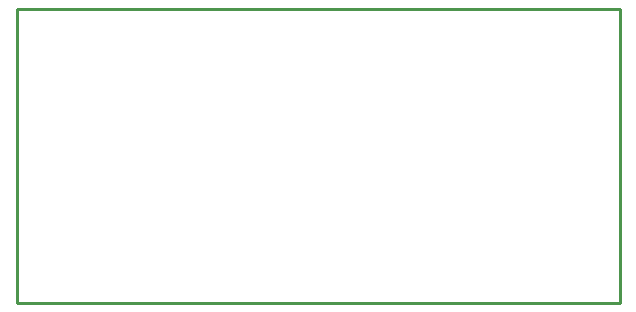
<source format=gko>
G04 Layer: BoardOutlineLayer*
G04 EasyEDA v6.5.22, 2023-03-28 23:00:35*
G04 5c3957acffbf4fda84b53d144d602fd1,1f4b798e1f424c36b07c5063a1ef9d4e,10*
G04 Gerber Generator version 0.2*
G04 Scale: 100 percent, Rotated: No, Reflected: No *
G04 Dimensions in millimeters *
G04 leading zeros omitted , absolute positions ,4 integer and 5 decimal *
%FSLAX45Y45*%
%MOMM*%

%ADD10C,0.2540*%
D10*
X0Y0D02*
G01*
X0Y2489200D01*
X5105400Y2489200D01*
X5105400Y0D01*
X0Y0D01*
X0Y0D01*

%LPD*%
M02*

</source>
